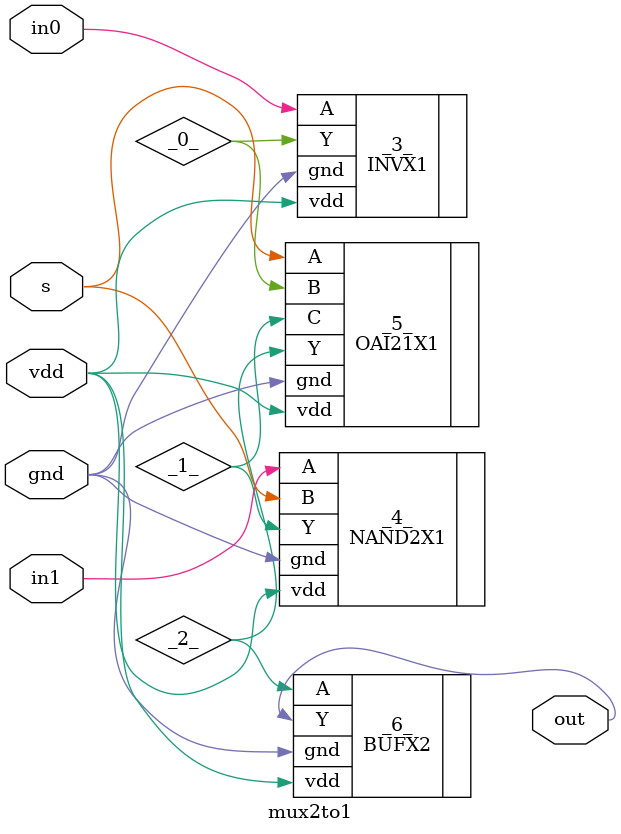
<source format=v>
/* Verilog module written by vlog2Verilog (qflow) */
/* With explicit power connections */

module mux2to1(
    inout vdd,
    inout gnd,
    input in0,
    input in1,
    output out,
    input s
);

wire s ;
wire out ;
wire _1_ ;
wire _0_ ;
wire _2_ ;
wire in0 ;
wire in1 ;

INVX1 _3_ (
    .gnd(gnd),
    .vdd(vdd),
    .A(in0),
    .Y(_0_)
);

NAND2X1 _4_ (
    .gnd(gnd),
    .vdd(vdd),
    .A(in1),
    .B(s),
    .Y(_1_)
);

OAI21X1 _5_ (
    .gnd(gnd),
    .vdd(vdd),
    .A(s),
    .B(_0_),
    .C(_1_),
    .Y(_2_)
);

BUFX2 _6_ (
    .gnd(gnd),
    .vdd(vdd),
    .A(_2_),
    .Y(out)
);

endmodule

</source>
